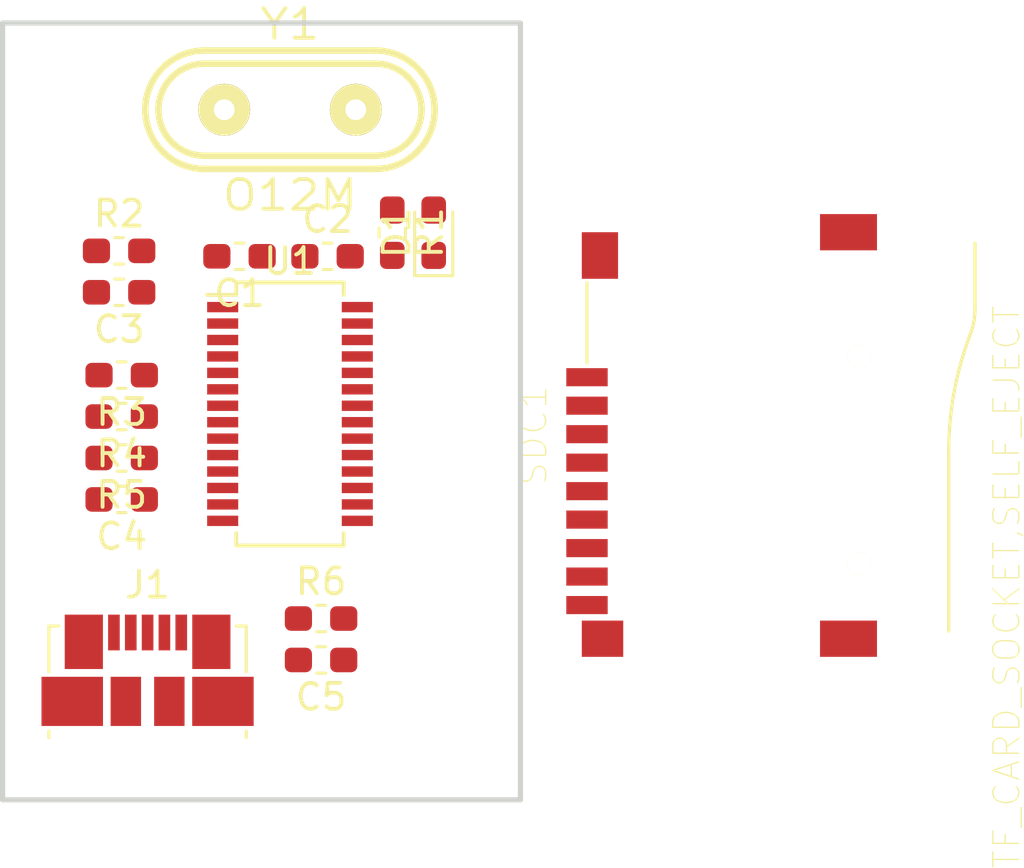
<source format=kicad_pcb>
(kicad_pcb (version 20171130) (host pcbnew 5.0.2-bee76a0~70~ubuntu18.04.1)

  (general
    (thickness 1.6)
    (drawings 4)
    (tracks 0)
    (zones 0)
    (modules 16)
    (nets 32)
  )

  (page A4)
  (layers
    (0 F.Cu signal)
    (31 B.Cu signal)
    (32 B.Adhes user)
    (33 F.Adhes user)
    (34 B.Paste user)
    (35 F.Paste user)
    (36 B.SilkS user)
    (37 F.SilkS user)
    (38 B.Mask user)
    (39 F.Mask user)
    (40 Dwgs.User user hide)
    (41 Cmts.User user)
    (42 Eco1.User user)
    (43 Eco2.User user)
    (44 Edge.Cuts user)
    (45 Margin user)
    (46 B.CrtYd user)
    (47 F.CrtYd user)
    (48 B.Fab user)
    (49 F.Fab user)
  )

  (setup
    (last_trace_width 0.25)
    (trace_clearance 0.2)
    (zone_clearance 0.508)
    (zone_45_only no)
    (trace_min 0.2)
    (segment_width 0.2)
    (edge_width 0.15)
    (via_size 0.8)
    (via_drill 0.4)
    (via_min_size 0.4)
    (via_min_drill 0.3)
    (uvia_size 0.3)
    (uvia_drill 0.1)
    (uvias_allowed no)
    (uvia_min_size 0.2)
    (uvia_min_drill 0.1)
    (pcb_text_width 0.3)
    (pcb_text_size 1.5 1.5)
    (mod_edge_width 0.15)
    (mod_text_size 1 1)
    (mod_text_width 0.15)
    (pad_size 1.05 0.95)
    (pad_drill 0)
    (pad_to_mask_clearance 0.051)
    (solder_mask_min_width 0.25)
    (aux_axis_origin 0 0)
    (visible_elements FFFFFF7F)
    (pcbplotparams
      (layerselection 0x010fc_ffffffff)
      (usegerberextensions false)
      (usegerberattributes false)
      (usegerberadvancedattributes false)
      (creategerberjobfile false)
      (excludeedgelayer true)
      (linewidth 0.100000)
      (plotframeref false)
      (viasonmask false)
      (mode 1)
      (useauxorigin false)
      (hpglpennumber 1)
      (hpglpenspeed 20)
      (hpglpendiameter 15.000000)
      (psnegative false)
      (psa4output false)
      (plotreference true)
      (plotvalue true)
      (plotinvisibletext false)
      (padsonsilk false)
      (subtractmaskfromsilk false)
      (outputformat 1)
      (mirror false)
      (drillshape 1)
      (scaleselection 1)
      (outputdirectory ""))
  )

  (net 0 "")
  (net 1 /X1)
  (net 2 /X2)
  (net 3 "Net-(RN1-Pad3)")
  (net 4 "Net-(RN1-Pad4)")
  (net 5 "Net-(SDC1-Pad3)")
  (net 6 /SD_VDD)
  (net 7 "Net-(SDC1-Pad5)")
  (net 8 "Net-(SDC1-Pad6)")
  (net 9 "Net-(RN1-Pad2)")
  (net 10 "Net-(RN1-Pad1)")
  (net 11 "Net-(SDC1-Pad9)")
  (net 12 GND)
  (net 13 +3V3)
  (net 14 "Net-(D1-Pad2)")
  (net 15 /ACTLED)
  (net 16 "Net-(J1-Pad3)")
  (net 17 /USB_DP)
  (net 18 /USB_DM)
  (net 19 "Net-(J1-Pad2)")
  (net 20 "Net-(R5-Pad1)")
  (net 21 "Net-(C5-Pad1)")
  (net 22 "Net-(C3-Pad1)")
  (net 23 "Net-(U1-Pad1)")
  (net 24 +5V)
  (net 25 "Net-(U1-Pad19)")
  (net 26 "Net-(U1-Pad20)")
  (net 27 "Net-(U1-Pad21)")
  (net 28 "Net-(U1-Pad23)")
  (net 29 "Net-(U1-Pad26)")
  (net 30 "Net-(U1-Pad27)")
  (net 31 "Net-(J1-Pad4)")

  (net_class Default "This is the default net class."
    (clearance 0.2)
    (trace_width 0.25)
    (via_dia 0.8)
    (via_drill 0.4)
    (uvia_dia 0.3)
    (uvia_drill 0.1)
    (add_net +3V3)
    (add_net +5V)
    (add_net /ACTLED)
    (add_net /SD_VDD)
    (add_net /USB_DM)
    (add_net /USB_DP)
    (add_net /X1)
    (add_net /X2)
    (add_net GND)
    (add_net "Net-(C3-Pad1)")
    (add_net "Net-(C5-Pad1)")
    (add_net "Net-(D1-Pad2)")
    (add_net "Net-(J1-Pad2)")
    (add_net "Net-(J1-Pad3)")
    (add_net "Net-(J1-Pad4)")
    (add_net "Net-(R5-Pad1)")
    (add_net "Net-(RN1-Pad1)")
    (add_net "Net-(RN1-Pad2)")
    (add_net "Net-(RN1-Pad3)")
    (add_net "Net-(RN1-Pad4)")
    (add_net "Net-(SDC1-Pad3)")
    (add_net "Net-(SDC1-Pad5)")
    (add_net "Net-(SDC1-Pad6)")
    (add_net "Net-(SDC1-Pad9)")
    (add_net "Net-(U1-Pad1)")
    (add_net "Net-(U1-Pad19)")
    (add_net "Net-(U1-Pad20)")
    (add_net "Net-(U1-Pad21)")
    (add_net "Net-(U1-Pad23)")
    (add_net "Net-(U1-Pad26)")
    (add_net "Net-(U1-Pad27)")
  )

  (module w_crystal:crystal_hc-49s (layer F.Cu) (tedit 0) (tstamp 5C293569)
    (at 41.1 23.35)
    (descr "Crystal, HC-49S")
    (tags QUARTZ)
    (path /5C175B5E)
    (autoplace_cost180 10)
    (fp_text reference Y1 (at 0 -3.302) (layer F.SilkS)
      (effects (font (size 1.143 1.27) (thickness 0.1524)))
    )
    (fp_text value O12M (at 0 3.302) (layer F.SilkS)
      (effects (font (size 1.143 1.27) (thickness 0.1524)))
    )
    (fp_arc (start 3.302 0) (end 3.302 -2.286) (angle 90) (layer F.SilkS) (width 0.254))
    (fp_line (start -3.302 1.778) (end 3.302 1.778) (layer F.SilkS) (width 0.254))
    (fp_line (start 3.302 -1.778) (end -3.302 -1.778) (layer F.SilkS) (width 0.254))
    (fp_arc (start 3.302 0) (end 5.08 0) (angle 90) (layer F.SilkS) (width 0.254))
    (fp_arc (start 3.302 0) (end 3.302 -1.778) (angle 90) (layer F.SilkS) (width 0.254))
    (fp_arc (start -3.302 0) (end -3.302 1.778) (angle 90) (layer F.SilkS) (width 0.254))
    (fp_arc (start -3.302 0) (end -5.08 0) (angle 90) (layer F.SilkS) (width 0.254))
    (fp_arc (start 3.302 0) (end 5.588 0) (angle 90) (layer F.SilkS) (width 0.254))
    (fp_line (start 3.302 2.286) (end -3.302 2.286) (layer F.SilkS) (width 0.254))
    (fp_line (start -3.302 -2.286) (end 3.302 -2.286) (layer F.SilkS) (width 0.254))
    (fp_arc (start -3.302 0) (end -3.302 2.286) (angle 90) (layer F.SilkS) (width 0.254))
    (fp_arc (start -3.302 0) (end -5.588 0) (angle 90) (layer F.SilkS) (width 0.254))
    (pad 1 thru_hole circle (at -2.54 0) (size 1.99898 1.99898) (drill 0.8001) (layers *.Cu *.Mask F.SilkS)
      (net 1 /X1))
    (pad 2 thru_hole circle (at 2.54 0) (size 1.99898 1.99898) (drill 0.8001) (layers *.Cu *.Mask F.SilkS)
      (net 2 /X2))
    (model ${HOME}/_workspace/kicad/kicad_library/smisioto-footprints/modules/packages3d/walter/crystal/crystal_hc-49s.wrl
      (at (xyz 0 0 0))
      (scale (xyz 1 1 1))
      (rotate (xyz 0 0 0))
    )
  )

  (module Capacitor_SMD:C_0603_1608Metric_Pad1.05x0.95mm_HandSolder (layer F.Cu) (tedit 5B301BBE) (tstamp 5C297F40)
    (at 42.55 29.010824)
    (descr "Capacitor SMD 0603 (1608 Metric), square (rectangular) end terminal, IPC_7351 nominal with elongated pad for handsoldering. (Body size source: http://www.tortai-tech.com/upload/download/2011102023233369053.pdf), generated with kicad-footprint-generator")
    (tags "capacitor handsolder")
    (path /5C1A47E9)
    (attr smd)
    (fp_text reference C2 (at 0 -1.43) (layer F.SilkS)
      (effects (font (size 1 1) (thickness 0.15)))
    )
    (fp_text value C221,0603 (at 0 1.43) (layer F.Fab)
      (effects (font (size 1 1) (thickness 0.15)))
    )
    (fp_line (start -0.8 0.4) (end -0.8 -0.4) (layer F.Fab) (width 0.1))
    (fp_line (start -0.8 -0.4) (end 0.8 -0.4) (layer F.Fab) (width 0.1))
    (fp_line (start 0.8 -0.4) (end 0.8 0.4) (layer F.Fab) (width 0.1))
    (fp_line (start 0.8 0.4) (end -0.8 0.4) (layer F.Fab) (width 0.1))
    (fp_line (start -0.171267 -0.51) (end 0.171267 -0.51) (layer F.SilkS) (width 0.12))
    (fp_line (start -0.171267 0.51) (end 0.171267 0.51) (layer F.SilkS) (width 0.12))
    (fp_line (start -1.65 0.73) (end -1.65 -0.73) (layer F.CrtYd) (width 0.05))
    (fp_line (start -1.65 -0.73) (end 1.65 -0.73) (layer F.CrtYd) (width 0.05))
    (fp_line (start 1.65 -0.73) (end 1.65 0.73) (layer F.CrtYd) (width 0.05))
    (fp_line (start 1.65 0.73) (end -1.65 0.73) (layer F.CrtYd) (width 0.05))
    (fp_text user %R (at 0 0) (layer F.Fab)
      (effects (font (size 0.4 0.4) (thickness 0.06)))
    )
    (pad 1 smd roundrect (at -0.875 0) (size 1.05 0.95) (layers F.Cu F.Paste F.Mask) (roundrect_rratio 0.25)
      (net 2 /X2))
    (pad 2 smd roundrect (at 0.875 0) (size 1.05 0.95) (layers F.Cu F.Paste F.Mask) (roundrect_rratio 0.25)
      (net 12 GND))
    (model ${KISYS3DMOD}/Capacitor_SMD.3dshapes/C_0603_1608Metric.wrl
      (at (xyz 0 0 0))
      (scale (xyz 1 1 1))
      (rotate (xyz 0 0 0))
    )
  )

  (module Capacitor_SMD:C_0603_1608Metric_Pad1.05x0.95mm_HandSolder (layer F.Cu) (tedit 5B301BBE) (tstamp 5C2936B0)
    (at 34.5 30.4 180)
    (descr "Capacitor SMD 0603 (1608 Metric), square (rectangular) end terminal, IPC_7351 nominal with elongated pad for handsoldering. (Body size source: http://www.tortai-tech.com/upload/download/2011102023233369053.pdf), generated with kicad-footprint-generator")
    (tags "capacitor handsolder")
    (path /5C17E70B)
    (attr smd)
    (fp_text reference C3 (at 0 -1.43 180) (layer F.SilkS)
      (effects (font (size 1 1) (thickness 0.15)))
    )
    (fp_text value C104,0603 (at 0 1.43 180) (layer F.Fab)
      (effects (font (size 1 1) (thickness 0.15)))
    )
    (fp_text user %R (at 0 0 180) (layer F.Fab)
      (effects (font (size 0.4 0.4) (thickness 0.06)))
    )
    (fp_line (start 1.65 0.73) (end -1.65 0.73) (layer F.CrtYd) (width 0.05))
    (fp_line (start 1.65 -0.73) (end 1.65 0.73) (layer F.CrtYd) (width 0.05))
    (fp_line (start -1.65 -0.73) (end 1.65 -0.73) (layer F.CrtYd) (width 0.05))
    (fp_line (start -1.65 0.73) (end -1.65 -0.73) (layer F.CrtYd) (width 0.05))
    (fp_line (start -0.171267 0.51) (end 0.171267 0.51) (layer F.SilkS) (width 0.12))
    (fp_line (start -0.171267 -0.51) (end 0.171267 -0.51) (layer F.SilkS) (width 0.12))
    (fp_line (start 0.8 0.4) (end -0.8 0.4) (layer F.Fab) (width 0.1))
    (fp_line (start 0.8 -0.4) (end 0.8 0.4) (layer F.Fab) (width 0.1))
    (fp_line (start -0.8 -0.4) (end 0.8 -0.4) (layer F.Fab) (width 0.1))
    (fp_line (start -0.8 0.4) (end -0.8 -0.4) (layer F.Fab) (width 0.1))
    (pad 2 smd roundrect (at 0.875 0 180) (size 1.05 0.95) (layers F.Cu F.Paste F.Mask) (roundrect_rratio 0.25)
      (net 12 GND))
    (pad 1 smd roundrect (at -0.875 0 180) (size 1.05 0.95) (layers F.Cu F.Paste F.Mask) (roundrect_rratio 0.25)
      (net 22 "Net-(C3-Pad1)"))
    (model ${KISYS3DMOD}/Capacitor_SMD.3dshapes/C_0603_1608Metric.wrl
      (at (xyz 0 0 0))
      (scale (xyz 1 1 1))
      (rotate (xyz 0 0 0))
    )
  )

  (module Capacitor_SMD:C_0603_1608Metric_Pad1.05x0.95mm_HandSolder (layer F.Cu) (tedit 5B301BBE) (tstamp 5C29369F)
    (at 34.6 38.4 180)
    (descr "Capacitor SMD 0603 (1608 Metric), square (rectangular) end terminal, IPC_7351 nominal with elongated pad for handsoldering. (Body size source: http://www.tortai-tech.com/upload/download/2011102023233369053.pdf), generated with kicad-footprint-generator")
    (tags "capacitor handsolder")
    (path /5C177C3B)
    (attr smd)
    (fp_text reference C4 (at 0 -1.43 180) (layer F.SilkS)
      (effects (font (size 1 1) (thickness 0.15)))
    )
    (fp_text value C104,0603 (at 0 1.43 180) (layer F.Fab)
      (effects (font (size 1 1) (thickness 0.15)))
    )
    (fp_line (start -0.8 0.4) (end -0.8 -0.4) (layer F.Fab) (width 0.1))
    (fp_line (start -0.8 -0.4) (end 0.8 -0.4) (layer F.Fab) (width 0.1))
    (fp_line (start 0.8 -0.4) (end 0.8 0.4) (layer F.Fab) (width 0.1))
    (fp_line (start 0.8 0.4) (end -0.8 0.4) (layer F.Fab) (width 0.1))
    (fp_line (start -0.171267 -0.51) (end 0.171267 -0.51) (layer F.SilkS) (width 0.12))
    (fp_line (start -0.171267 0.51) (end 0.171267 0.51) (layer F.SilkS) (width 0.12))
    (fp_line (start -1.65 0.73) (end -1.65 -0.73) (layer F.CrtYd) (width 0.05))
    (fp_line (start -1.65 -0.73) (end 1.65 -0.73) (layer F.CrtYd) (width 0.05))
    (fp_line (start 1.65 -0.73) (end 1.65 0.73) (layer F.CrtYd) (width 0.05))
    (fp_line (start 1.65 0.73) (end -1.65 0.73) (layer F.CrtYd) (width 0.05))
    (fp_text user %R (at 0 0 180) (layer F.Fab)
      (effects (font (size 0.4 0.4) (thickness 0.06)))
    )
    (pad 1 smd roundrect (at -0.875 0 180) (size 1.05 0.95) (layers F.Cu F.Paste F.Mask) (roundrect_rratio 0.25)
      (net 24 +5V))
    (pad 2 smd roundrect (at 0.875 0 180) (size 1.05 0.95) (layers F.Cu F.Paste F.Mask) (roundrect_rratio 0.25)
      (net 12 GND))
    (model ${KISYS3DMOD}/Capacitor_SMD.3dshapes/C_0603_1608Metric.wrl
      (at (xyz 0 0 0))
      (scale (xyz 1 1 1))
      (rotate (xyz 0 0 0))
    )
  )

  (module Capacitor_SMD:C_0603_1608Metric_Pad1.05x0.95mm_HandSolder (layer F.Cu) (tedit 5B301BBE) (tstamp 5C29368E)
    (at 42.3 44.6 180)
    (descr "Capacitor SMD 0603 (1608 Metric), square (rectangular) end terminal, IPC_7351 nominal with elongated pad for handsoldering. (Body size source: http://www.tortai-tech.com/upload/download/2011102023233369053.pdf), generated with kicad-footprint-generator")
    (tags "capacitor handsolder")
    (path /5C17BD6C)
    (attr smd)
    (fp_text reference C5 (at 0 -1.43 180) (layer F.SilkS)
      (effects (font (size 1 1) (thickness 0.15)))
    )
    (fp_text value C104,0603 (at 0 1.43 180) (layer F.Fab)
      (effects (font (size 1 1) (thickness 0.15)))
    )
    (fp_text user %R (at 0 0 180) (layer F.Fab)
      (effects (font (size 0.4 0.4) (thickness 0.06)))
    )
    (fp_line (start 1.65 0.73) (end -1.65 0.73) (layer F.CrtYd) (width 0.05))
    (fp_line (start 1.65 -0.73) (end 1.65 0.73) (layer F.CrtYd) (width 0.05))
    (fp_line (start -1.65 -0.73) (end 1.65 -0.73) (layer F.CrtYd) (width 0.05))
    (fp_line (start -1.65 0.73) (end -1.65 -0.73) (layer F.CrtYd) (width 0.05))
    (fp_line (start -0.171267 0.51) (end 0.171267 0.51) (layer F.SilkS) (width 0.12))
    (fp_line (start -0.171267 -0.51) (end 0.171267 -0.51) (layer F.SilkS) (width 0.12))
    (fp_line (start 0.8 0.4) (end -0.8 0.4) (layer F.Fab) (width 0.1))
    (fp_line (start 0.8 -0.4) (end 0.8 0.4) (layer F.Fab) (width 0.1))
    (fp_line (start -0.8 -0.4) (end 0.8 -0.4) (layer F.Fab) (width 0.1))
    (fp_line (start -0.8 0.4) (end -0.8 -0.4) (layer F.Fab) (width 0.1))
    (pad 2 smd roundrect (at 0.875 0 180) (size 1.05 0.95) (layers F.Cu F.Paste F.Mask) (roundrect_rratio 0.25)
      (net 12 GND))
    (pad 1 smd roundrect (at -0.875 0 180) (size 1.05 0.95) (layers F.Cu F.Paste F.Mask) (roundrect_rratio 0.25)
      (net 21 "Net-(C5-Pad1)"))
    (model ${KISYS3DMOD}/Capacitor_SMD.3dshapes/C_0603_1608Metric.wrl
      (at (xyz 0 0 0))
      (scale (xyz 1 1 1))
      (rotate (xyz 0 0 0))
    )
  )

  (module Capacitor_SMD:C_0603_1608Metric_Pad1.05x0.95mm_HandSolder (layer F.Cu) (tedit 5B301BBE) (tstamp 5C297E6E)
    (at 39.15 29.010824 180)
    (descr "Capacitor SMD 0603 (1608 Metric), square (rectangular) end terminal, IPC_7351 nominal with elongated pad for handsoldering. (Body size source: http://www.tortai-tech.com/upload/download/2011102023233369053.pdf), generated with kicad-footprint-generator")
    (tags "capacitor handsolder")
    (path /5C1A478C)
    (attr smd)
    (fp_text reference C1 (at 0 -1.43 180) (layer F.SilkS)
      (effects (font (size 1 1) (thickness 0.15)))
    )
    (fp_text value C221,0603 (at 0 1.43 180) (layer F.Fab)
      (effects (font (size 1 1) (thickness 0.15)))
    )
    (fp_line (start -0.8 0.4) (end -0.8 -0.4) (layer F.Fab) (width 0.1))
    (fp_line (start -0.8 -0.4) (end 0.8 -0.4) (layer F.Fab) (width 0.1))
    (fp_line (start 0.8 -0.4) (end 0.8 0.4) (layer F.Fab) (width 0.1))
    (fp_line (start 0.8 0.4) (end -0.8 0.4) (layer F.Fab) (width 0.1))
    (fp_line (start -0.171267 -0.51) (end 0.171267 -0.51) (layer F.SilkS) (width 0.12))
    (fp_line (start -0.171267 0.51) (end 0.171267 0.51) (layer F.SilkS) (width 0.12))
    (fp_line (start -1.65 0.73) (end -1.65 -0.73) (layer F.CrtYd) (width 0.05))
    (fp_line (start -1.65 -0.73) (end 1.65 -0.73) (layer F.CrtYd) (width 0.05))
    (fp_line (start 1.65 -0.73) (end 1.65 0.73) (layer F.CrtYd) (width 0.05))
    (fp_line (start 1.65 0.73) (end -1.65 0.73) (layer F.CrtYd) (width 0.05))
    (fp_text user %R (at 0 0 180) (layer F.Fab)
      (effects (font (size 0.4 0.4) (thickness 0.06)))
    )
    (pad 1 smd roundrect (at -0.875 0 180) (size 1.05 0.95) (layers F.Cu F.Paste F.Mask) (roundrect_rratio 0.25)
      (net 1 /X1))
    (pad 2 smd roundrect (at 0.875 0 180) (size 1.05 0.95) (layers F.Cu F.Paste F.Mask) (roundrect_rratio 0.25)
      (net 12 GND))
    (model ${KISYS3DMOD}/Capacitor_SMD.3dshapes/C_0603_1608Metric.wrl
      (at (xyz 0 0 0))
      (scale (xyz 1 1 1))
      (rotate (xyz 0 0 0))
    )
  )

  (module Connector_USB:USB_Micro-B_Molex_47346-0001 (layer F.Cu) (tedit 5A1DC0BD) (tstamp 5C297469)
    (at 35.6 45)
    (descr "Micro USB B receptable with flange, bottom-mount, SMD, right-angle (http://www.molex.com/pdm_docs/sd/473460001_sd.pdf)")
    (tags "Micro B USB SMD")
    (path /5C17609C)
    (attr smd)
    (fp_text reference J1 (at 0 -3.3 180) (layer F.SilkS)
      (effects (font (size 1 1) (thickness 0.15)))
    )
    (fp_text value USB_B_Micro (at 0 4.6 180) (layer F.Fab)
      (effects (font (size 1 1) (thickness 0.15)))
    )
    (fp_text user "PCB Edge" (at 0 2.67 180) (layer Dwgs.User)
      (effects (font (size 0.4 0.4) (thickness 0.04)))
    )
    (fp_text user %R (at 0 1.2) (layer F.Fab)
      (effects (font (size 1 1) (thickness 0.15)))
    )
    (fp_line (start 3.81 -1.71) (end 3.43 -1.71) (layer F.SilkS) (width 0.12))
    (fp_line (start 4.6 3.9) (end -4.6 3.9) (layer F.CrtYd) (width 0.05))
    (fp_line (start 4.6 -2.7) (end 4.6 3.9) (layer F.CrtYd) (width 0.05))
    (fp_line (start -4.6 -2.7) (end 4.6 -2.7) (layer F.CrtYd) (width 0.05))
    (fp_line (start -4.6 3.9) (end -4.6 -2.7) (layer F.CrtYd) (width 0.05))
    (fp_line (start 3.75 3.35) (end -3.75 3.35) (layer F.Fab) (width 0.1))
    (fp_line (start 3.75 -1.65) (end 3.75 3.35) (layer F.Fab) (width 0.1))
    (fp_line (start -3.75 -1.65) (end 3.75 -1.65) (layer F.Fab) (width 0.1))
    (fp_line (start -3.75 3.35) (end -3.75 -1.65) (layer F.Fab) (width 0.1))
    (fp_line (start 3.81 2.34) (end 3.81 2.6) (layer F.SilkS) (width 0.12))
    (fp_line (start 3.81 -1.71) (end 3.81 0.06) (layer F.SilkS) (width 0.12))
    (fp_line (start -3.81 -1.71) (end -3.43 -1.71) (layer F.SilkS) (width 0.12))
    (fp_line (start -3.81 0.06) (end -3.81 -1.71) (layer F.SilkS) (width 0.12))
    (fp_line (start -3.81 2.6) (end -3.81 2.34) (layer F.SilkS) (width 0.12))
    (fp_line (start -3.25 2.65) (end 3.25 2.65) (layer F.Fab) (width 0.1))
    (pad 1 smd rect (at -1.3 -1.46) (size 0.45 1.38) (layers F.Cu F.Paste F.Mask)
      (net 24 +5V))
    (pad 2 smd rect (at -0.65 -1.46) (size 0.45 1.38) (layers F.Cu F.Paste F.Mask)
      (net 19 "Net-(J1-Pad2)"))
    (pad 3 smd rect (at 0 -1.46) (size 0.45 1.38) (layers F.Cu F.Paste F.Mask)
      (net 16 "Net-(J1-Pad3)"))
    (pad 4 smd rect (at 0.65 -1.46) (size 0.45 1.38) (layers F.Cu F.Paste F.Mask)
      (net 31 "Net-(J1-Pad4)"))
    (pad 5 smd rect (at 1.3 -1.46) (size 0.45 1.38) (layers F.Cu F.Paste F.Mask)
      (net 12 GND))
    (pad 6 smd rect (at -2.4625 -1.1) (size 1.475 2.1) (layers F.Cu F.Paste F.Mask)
      (net 12 GND))
    (pad 6 smd rect (at 2.4625 -1.1) (size 1.475 2.1) (layers F.Cu F.Paste F.Mask)
      (net 12 GND))
    (pad 6 smd rect (at -2.91 1.2) (size 2.375 1.9) (layers F.Cu F.Paste F.Mask)
      (net 12 GND))
    (pad 6 smd rect (at 2.91 1.2) (size 2.375 1.9) (layers F.Cu F.Paste F.Mask)
      (net 12 GND))
    (pad 6 smd rect (at -0.84 1.2) (size 1.175 1.9) (layers F.Cu F.Paste F.Mask)
      (net 12 GND))
    (pad 6 smd rect (at 0.84 1.2) (size 1.175 1.9) (layers F.Cu F.Paste F.Mask)
      (net 12 GND))
    (model ${KISYS3DMOD}/Connector_USB.3dshapes/USB_Micro-B_Molex_47346-0001.wrl
      (at (xyz 0 0 0))
      (scale (xyz 1 1 1))
      (rotate (xyz 0 0 0))
    )
  )

  (module LED_SMD:LED_0603_1608Metric_Pad1.05x0.95mm_HandSolder (layer F.Cu) (tedit 5B4B45C9) (tstamp 5C29364C)
    (at 46.65 28.1 90)
    (descr "LED SMD 0603 (1608 Metric), square (rectangular) end terminal, IPC_7351 nominal, (Body size source: http://www.tortai-tech.com/upload/download/2011102023233369053.pdf), generated with kicad-footprint-generator")
    (tags "LED handsolder")
    (path /5C18797F)
    (attr smd)
    (fp_text reference D1 (at 0 -1.43 90) (layer F.SilkS)
      (effects (font (size 1 1) (thickness 0.15)))
    )
    (fp_text value LED_GREEN,0603 (at 0 1.43 90) (layer F.Fab)
      (effects (font (size 1 1) (thickness 0.15)))
    )
    (fp_line (start 0.8 -0.4) (end -0.5 -0.4) (layer F.Fab) (width 0.1))
    (fp_line (start -0.5 -0.4) (end -0.8 -0.1) (layer F.Fab) (width 0.1))
    (fp_line (start -0.8 -0.1) (end -0.8 0.4) (layer F.Fab) (width 0.1))
    (fp_line (start -0.8 0.4) (end 0.8 0.4) (layer F.Fab) (width 0.1))
    (fp_line (start 0.8 0.4) (end 0.8 -0.4) (layer F.Fab) (width 0.1))
    (fp_line (start 0.8 -0.735) (end -1.66 -0.735) (layer F.SilkS) (width 0.12))
    (fp_line (start -1.66 -0.735) (end -1.66 0.735) (layer F.SilkS) (width 0.12))
    (fp_line (start -1.66 0.735) (end 0.8 0.735) (layer F.SilkS) (width 0.12))
    (fp_line (start -1.65 0.73) (end -1.65 -0.73) (layer F.CrtYd) (width 0.05))
    (fp_line (start -1.65 -0.73) (end 1.65 -0.73) (layer F.CrtYd) (width 0.05))
    (fp_line (start 1.65 -0.73) (end 1.65 0.73) (layer F.CrtYd) (width 0.05))
    (fp_line (start 1.65 0.73) (end -1.65 0.73) (layer F.CrtYd) (width 0.05))
    (fp_text user %R (at 0 0 90) (layer F.Fab)
      (effects (font (size 0.4 0.4) (thickness 0.06)))
    )
    (pad 1 smd roundrect (at -0.875 0 90) (size 1.05 0.95) (layers F.Cu F.Paste F.Mask) (roundrect_rratio 0.25)
      (net 12 GND))
    (pad 2 smd roundrect (at 0.875 0 90) (size 1.05 0.95) (layers F.Cu F.Paste F.Mask) (roundrect_rratio 0.25)
      (net 14 "Net-(D1-Pad2)"))
    (model ${KISYS3DMOD}/LED_SMD.3dshapes/LED_0603_1608Metric.wrl
      (at (xyz 0 0 0))
      (scale (xyz 1 1 1))
      (rotate (xyz 0 0 0))
    )
  )

  (module Package_SO:SSOP-28_3.9x9.9mm_P0.635mm (layer F.Cu) (tedit 5A02F25C) (tstamp 5C293639)
    (at 41.1 35.1)
    (descr "SSOP28: plastic shrink small outline package; 28 leads; body width 3.9 mm; lead pitch 0.635; (see http://cds.linear.com/docs/en/datasheet/38901fb.pdf)")
    (tags "SSOP 0.635")
    (path /5C175931)
    (attr smd)
    (fp_text reference U1 (at 0 -5.9) (layer F.SilkS)
      (effects (font (size 1 1) (thickness 0.15)))
    )
    (fp_text value GL827L (at -0.1 6.2) (layer F.Fab)
      (effects (font (size 1 1) (thickness 0.15)))
    )
    (fp_line (start -0.95 -4.95) (end 1.95 -4.95) (layer F.Fab) (width 0.15))
    (fp_line (start 1.95 -4.95) (end 1.95 4.95) (layer F.Fab) (width 0.15))
    (fp_line (start 1.95 4.95) (end -1.95 4.95) (layer F.Fab) (width 0.15))
    (fp_line (start -1.95 4.95) (end -1.95 -4) (layer F.Fab) (width 0.15))
    (fp_line (start -1.95 -4) (end -0.95 -4.95) (layer F.Fab) (width 0.15))
    (fp_line (start -3.45 -5.2) (end -3.45 5.2) (layer F.CrtYd) (width 0.05))
    (fp_line (start 3.45 -5.2) (end 3.45 5.2) (layer F.CrtYd) (width 0.05))
    (fp_line (start -3.45 -5.2) (end 3.45 -5.2) (layer F.CrtYd) (width 0.05))
    (fp_line (start -3.45 5.2) (end 3.45 5.2) (layer F.CrtYd) (width 0.05))
    (fp_line (start -2.075 -5.08) (end -2.075 -4.6) (layer F.SilkS) (width 0.15))
    (fp_line (start 2.075 -5.08) (end 2.075 -4.6) (layer F.SilkS) (width 0.15))
    (fp_line (start 2.075 5.08) (end 2.075 4.6) (layer F.SilkS) (width 0.15))
    (fp_line (start -2.075 5.08) (end -2.075 4.6) (layer F.SilkS) (width 0.15))
    (fp_line (start -2.075 -5.08) (end 2.075 -5.08) (layer F.SilkS) (width 0.15))
    (fp_line (start -2.075 5.08) (end 2.075 5.08) (layer F.SilkS) (width 0.15))
    (fp_line (start -2.075 -4.6) (end -3.2 -4.6) (layer F.SilkS) (width 0.15))
    (fp_text user %R (at 0 0) (layer F.Fab)
      (effects (font (size 0.8 0.8) (thickness 0.15)))
    )
    (pad 1 smd rect (at -2.6 -4.1275) (size 1.2 0.4) (layers F.Cu F.Paste F.Mask)
      (net 23 "Net-(U1-Pad1)"))
    (pad 2 smd rect (at -2.6 -3.4925) (size 1.2 0.4) (layers F.Cu F.Paste F.Mask)
      (net 6 /SD_VDD))
    (pad 3 smd rect (at -2.6 -2.8575) (size 1.2 0.4) (layers F.Cu F.Paste F.Mask)
      (net 13 +3V3))
    (pad 4 smd rect (at -2.6 -2.2225) (size 1.2 0.4) (layers F.Cu F.Paste F.Mask)
      (net 1 /X1))
    (pad 5 smd rect (at -2.6 -1.5875) (size 1.2 0.4) (layers F.Cu F.Paste F.Mask)
      (net 2 /X2))
    (pad 6 smd rect (at -2.6 -0.9525) (size 1.2 0.4) (layers F.Cu F.Paste F.Mask)
      (net 12 GND))
    (pad 7 smd rect (at -2.6 -0.3175) (size 1.2 0.4) (layers F.Cu F.Paste F.Mask)
      (net 22 "Net-(C3-Pad1)"))
    (pad 8 smd rect (at -2.6 0.3175) (size 1.2 0.4) (layers F.Cu F.Paste F.Mask)
      (net 17 /USB_DP))
    (pad 9 smd rect (at -2.6 0.9525) (size 1.2 0.4) (layers F.Cu F.Paste F.Mask)
      (net 18 /USB_DM))
    (pad 10 smd rect (at -2.6 1.5875) (size 1.2 0.4) (layers F.Cu F.Paste F.Mask)
      (net 20 "Net-(R5-Pad1)"))
    (pad 11 smd rect (at -2.6 2.2225) (size 1.2 0.4) (layers F.Cu F.Paste F.Mask)
      (net 13 +3V3))
    (pad 12 smd rect (at -2.6 2.8575) (size 1.2 0.4) (layers F.Cu F.Paste F.Mask)
      (net 24 +5V))
    (pad 13 smd rect (at -2.6 3.4925) (size 1.2 0.4) (layers F.Cu F.Paste F.Mask)
      (net 21 "Net-(C5-Pad1)"))
    (pad 14 smd rect (at -2.6 4.1275) (size 1.2 0.4) (layers F.Cu F.Paste F.Mask)
      (net 12 GND))
    (pad 15 smd rect (at 2.6 4.1275) (size 1.2 0.4) (layers F.Cu F.Paste F.Mask)
      (net 11 "Net-(SDC1-Pad9)"))
    (pad 16 smd rect (at 2.6 3.4925) (size 1.2 0.4) (layers F.Cu F.Paste F.Mask)
      (net 10 "Net-(RN1-Pad1)"))
    (pad 17 smd rect (at 2.6 2.8575) (size 1.2 0.4) (layers F.Cu F.Paste F.Mask)
      (net 9 "Net-(RN1-Pad2)"))
    (pad 18 smd rect (at 2.6 2.2225) (size 1.2 0.4) (layers F.Cu F.Paste F.Mask)
      (net 7 "Net-(SDC1-Pad5)"))
    (pad 19 smd rect (at 2.6 1.5875) (size 1.2 0.4) (layers F.Cu F.Paste F.Mask)
      (net 25 "Net-(U1-Pad19)"))
    (pad 20 smd rect (at 2.6 0.9525) (size 1.2 0.4) (layers F.Cu F.Paste F.Mask)
      (net 26 "Net-(U1-Pad20)"))
    (pad 21 smd rect (at 2.6 0.3175) (size 1.2 0.4) (layers F.Cu F.Paste F.Mask)
      (net 27 "Net-(U1-Pad21)"))
    (pad 22 smd rect (at 2.6 -0.3175) (size 1.2 0.4) (layers F.Cu F.Paste F.Mask)
      (net 5 "Net-(SDC1-Pad3)"))
    (pad 23 smd rect (at 2.6 -0.9525) (size 1.2 0.4) (layers F.Cu F.Paste F.Mask)
      (net 28 "Net-(U1-Pad23)"))
    (pad 24 smd rect (at 2.6 -1.5875) (size 1.2 0.4) (layers F.Cu F.Paste F.Mask)
      (net 4 "Net-(RN1-Pad4)"))
    (pad 25 smd rect (at 2.6 -2.2225) (size 1.2 0.4) (layers F.Cu F.Paste F.Mask)
      (net 3 "Net-(RN1-Pad3)"))
    (pad 26 smd rect (at 2.6 -2.8575) (size 1.2 0.4) (layers F.Cu F.Paste F.Mask)
      (net 29 "Net-(U1-Pad26)"))
    (pad 27 smd rect (at 2.6 -3.4925) (size 1.2 0.4) (layers F.Cu F.Paste F.Mask)
      (net 30 "Net-(U1-Pad27)"))
    (pad 28 smd rect (at 2.6 -4.1275) (size 1.2 0.4) (layers F.Cu F.Paste F.Mask)
      (net 15 /ACTLED))
    (model ${KISYS3DMOD}/Package_SO.3dshapes/SSOP-28_3.9x9.9mm_P0.635mm.wrl
      (at (xyz 0 0 0))
      (scale (xyz 1 1 1))
      (rotate (xyz 0 0 0))
    )
  )

  (module Resistor_SMD:R_0603_1608Metric_Pad1.05x0.95mm_HandSolder (layer F.Cu) (tedit 5B301BBD) (tstamp 5C293608)
    (at 34.5 28.8)
    (descr "Resistor SMD 0603 (1608 Metric), square (rectangular) end terminal, IPC_7351 nominal with elongated pad for handsoldering. (Body size source: http://www.tortai-tech.com/upload/download/2011102023233369053.pdf), generated with kicad-footprint-generator")
    (tags "resistor handsolder")
    (path /5C17E953)
    (attr smd)
    (fp_text reference R2 (at 0 -1.43) (layer F.SilkS)
      (effects (font (size 1 1) (thickness 0.15)))
    )
    (fp_text value R103,0603 (at 0 1.43) (layer F.Fab)
      (effects (font (size 1 1) (thickness 0.15)))
    )
    (fp_text user %R (at 0 0) (layer F.Fab)
      (effects (font (size 0.4 0.4) (thickness 0.06)))
    )
    (fp_line (start 1.65 0.73) (end -1.65 0.73) (layer F.CrtYd) (width 0.05))
    (fp_line (start 1.65 -0.73) (end 1.65 0.73) (layer F.CrtYd) (width 0.05))
    (fp_line (start -1.65 -0.73) (end 1.65 -0.73) (layer F.CrtYd) (width 0.05))
    (fp_line (start -1.65 0.73) (end -1.65 -0.73) (layer F.CrtYd) (width 0.05))
    (fp_line (start -0.171267 0.51) (end 0.171267 0.51) (layer F.SilkS) (width 0.12))
    (fp_line (start -0.171267 -0.51) (end 0.171267 -0.51) (layer F.SilkS) (width 0.12))
    (fp_line (start 0.8 0.4) (end -0.8 0.4) (layer F.Fab) (width 0.1))
    (fp_line (start 0.8 -0.4) (end 0.8 0.4) (layer F.Fab) (width 0.1))
    (fp_line (start -0.8 -0.4) (end 0.8 -0.4) (layer F.Fab) (width 0.1))
    (fp_line (start -0.8 0.4) (end -0.8 -0.4) (layer F.Fab) (width 0.1))
    (pad 2 smd roundrect (at 0.875 0) (size 1.05 0.95) (layers F.Cu F.Paste F.Mask) (roundrect_rratio 0.25)
      (net 22 "Net-(C3-Pad1)"))
    (pad 1 smd roundrect (at -0.875 0) (size 1.05 0.95) (layers F.Cu F.Paste F.Mask) (roundrect_rratio 0.25)
      (net 13 +3V3))
    (model ${KISYS3DMOD}/Resistor_SMD.3dshapes/R_0603_1608Metric.wrl
      (at (xyz 0 0 0))
      (scale (xyz 1 1 1))
      (rotate (xyz 0 0 0))
    )
  )

  (module Resistor_SMD:R_0603_1608Metric_Pad1.05x0.95mm_HandSolder (layer F.Cu) (tedit 5B301BBD) (tstamp 5C2935F7)
    (at 42.3 43)
    (descr "Resistor SMD 0603 (1608 Metric), square (rectangular) end terminal, IPC_7351 nominal with elongated pad for handsoldering. (Body size source: http://www.tortai-tech.com/upload/download/2011102023233369053.pdf), generated with kicad-footprint-generator")
    (tags "resistor handsolder")
    (path /5C17BCB1)
    (attr smd)
    (fp_text reference R6 (at 0 -1.43) (layer F.SilkS)
      (effects (font (size 1 1) (thickness 0.15)))
    )
    (fp_text value R103,0603 (at 0 1.43) (layer F.Fab)
      (effects (font (size 1 1) (thickness 0.15)))
    )
    (fp_line (start -0.8 0.4) (end -0.8 -0.4) (layer F.Fab) (width 0.1))
    (fp_line (start -0.8 -0.4) (end 0.8 -0.4) (layer F.Fab) (width 0.1))
    (fp_line (start 0.8 -0.4) (end 0.8 0.4) (layer F.Fab) (width 0.1))
    (fp_line (start 0.8 0.4) (end -0.8 0.4) (layer F.Fab) (width 0.1))
    (fp_line (start -0.171267 -0.51) (end 0.171267 -0.51) (layer F.SilkS) (width 0.12))
    (fp_line (start -0.171267 0.51) (end 0.171267 0.51) (layer F.SilkS) (width 0.12))
    (fp_line (start -1.65 0.73) (end -1.65 -0.73) (layer F.CrtYd) (width 0.05))
    (fp_line (start -1.65 -0.73) (end 1.65 -0.73) (layer F.CrtYd) (width 0.05))
    (fp_line (start 1.65 -0.73) (end 1.65 0.73) (layer F.CrtYd) (width 0.05))
    (fp_line (start 1.65 0.73) (end -1.65 0.73) (layer F.CrtYd) (width 0.05))
    (fp_text user %R (at 0 0) (layer F.Fab)
      (effects (font (size 0.4 0.4) (thickness 0.06)))
    )
    (pad 1 smd roundrect (at -0.875 0) (size 1.05 0.95) (layers F.Cu F.Paste F.Mask) (roundrect_rratio 0.25)
      (net 13 +3V3))
    (pad 2 smd roundrect (at 0.875 0) (size 1.05 0.95) (layers F.Cu F.Paste F.Mask) (roundrect_rratio 0.25)
      (net 21 "Net-(C5-Pad1)"))
    (model ${KISYS3DMOD}/Resistor_SMD.3dshapes/R_0603_1608Metric.wrl
      (at (xyz 0 0 0))
      (scale (xyz 1 1 1))
      (rotate (xyz 0 0 0))
    )
  )

  (module Resistor_SMD:R_0603_1608Metric_Pad1.05x0.95mm_HandSolder (layer F.Cu) (tedit 5B301BBD) (tstamp 5C2935E6)
    (at 34.6 36.8 180)
    (descr "Resistor SMD 0603 (1608 Metric), square (rectangular) end terminal, IPC_7351 nominal with elongated pad for handsoldering. (Body size source: http://www.tortai-tech.com/upload/download/2011102023233369053.pdf), generated with kicad-footprint-generator")
    (tags "resistor handsolder")
    (path /5C179542)
    (attr smd)
    (fp_text reference R5 (at 0 -1.43 180) (layer F.SilkS)
      (effects (font (size 1 1) (thickness 0.15)))
    )
    (fp_text value R102,0603 (at 0 1.43 180) (layer F.Fab)
      (effects (font (size 1 1) (thickness 0.15)))
    )
    (fp_text user %R (at 0 0 180) (layer F.Fab)
      (effects (font (size 0.4 0.4) (thickness 0.06)))
    )
    (fp_line (start 1.65 0.73) (end -1.65 0.73) (layer F.CrtYd) (width 0.05))
    (fp_line (start 1.65 -0.73) (end 1.65 0.73) (layer F.CrtYd) (width 0.05))
    (fp_line (start -1.65 -0.73) (end 1.65 -0.73) (layer F.CrtYd) (width 0.05))
    (fp_line (start -1.65 0.73) (end -1.65 -0.73) (layer F.CrtYd) (width 0.05))
    (fp_line (start -0.171267 0.51) (end 0.171267 0.51) (layer F.SilkS) (width 0.12))
    (fp_line (start -0.171267 -0.51) (end 0.171267 -0.51) (layer F.SilkS) (width 0.12))
    (fp_line (start 0.8 0.4) (end -0.8 0.4) (layer F.Fab) (width 0.1))
    (fp_line (start 0.8 -0.4) (end 0.8 0.4) (layer F.Fab) (width 0.1))
    (fp_line (start -0.8 -0.4) (end 0.8 -0.4) (layer F.Fab) (width 0.1))
    (fp_line (start -0.8 0.4) (end -0.8 -0.4) (layer F.Fab) (width 0.1))
    (pad 2 smd roundrect (at 0.875 0 180) (size 1.05 0.95) (layers F.Cu F.Paste F.Mask) (roundrect_rratio 0.25)
      (net 12 GND))
    (pad 1 smd roundrect (at -0.875 0 180) (size 1.05 0.95) (layers F.Cu F.Paste F.Mask) (roundrect_rratio 0.25)
      (net 20 "Net-(R5-Pad1)"))
    (model ${KISYS3DMOD}/Resistor_SMD.3dshapes/R_0603_1608Metric.wrl
      (at (xyz 0 0 0))
      (scale (xyz 1 1 1))
      (rotate (xyz 0 0 0))
    )
  )

  (module Resistor_SMD:R_0603_1608Metric_Pad1.05x0.95mm_HandSolder (layer F.Cu) (tedit 5B301BBD) (tstamp 5C2935D5)
    (at 34.6 35.2 180)
    (descr "Resistor SMD 0603 (1608 Metric), square (rectangular) end terminal, IPC_7351 nominal with elongated pad for handsoldering. (Body size source: http://www.tortai-tech.com/upload/download/2011102023233369053.pdf), generated with kicad-footprint-generator")
    (tags "resistor handsolder")
    (path /5C176D4D)
    (attr smd)
    (fp_text reference R4 (at 0 -1.43 180) (layer F.SilkS)
      (effects (font (size 1 1) (thickness 0.15)))
    )
    (fp_text value R220,0603 (at 0 1.43 180) (layer F.Fab)
      (effects (font (size 1 1) (thickness 0.15)))
    )
    (fp_line (start -0.8 0.4) (end -0.8 -0.4) (layer F.Fab) (width 0.1))
    (fp_line (start -0.8 -0.4) (end 0.8 -0.4) (layer F.Fab) (width 0.1))
    (fp_line (start 0.8 -0.4) (end 0.8 0.4) (layer F.Fab) (width 0.1))
    (fp_line (start 0.8 0.4) (end -0.8 0.4) (layer F.Fab) (width 0.1))
    (fp_line (start -0.171267 -0.51) (end 0.171267 -0.51) (layer F.SilkS) (width 0.12))
    (fp_line (start -0.171267 0.51) (end 0.171267 0.51) (layer F.SilkS) (width 0.12))
    (fp_line (start -1.65 0.73) (end -1.65 -0.73) (layer F.CrtYd) (width 0.05))
    (fp_line (start -1.65 -0.73) (end 1.65 -0.73) (layer F.CrtYd) (width 0.05))
    (fp_line (start 1.65 -0.73) (end 1.65 0.73) (layer F.CrtYd) (width 0.05))
    (fp_line (start 1.65 0.73) (end -1.65 0.73) (layer F.CrtYd) (width 0.05))
    (fp_text user %R (at 0 0 180) (layer F.Fab)
      (effects (font (size 0.4 0.4) (thickness 0.06)))
    )
    (pad 1 smd roundrect (at -0.875 0 180) (size 1.05 0.95) (layers F.Cu F.Paste F.Mask) (roundrect_rratio 0.25)
      (net 18 /USB_DM))
    (pad 2 smd roundrect (at 0.875 0 180) (size 1.05 0.95) (layers F.Cu F.Paste F.Mask) (roundrect_rratio 0.25)
      (net 19 "Net-(J1-Pad2)"))
    (model ${KISYS3DMOD}/Resistor_SMD.3dshapes/R_0603_1608Metric.wrl
      (at (xyz 0 0 0))
      (scale (xyz 1 1 1))
      (rotate (xyz 0 0 0))
    )
  )

  (module Resistor_SMD:R_0603_1608Metric_Pad1.05x0.95mm_HandSolder (layer F.Cu) (tedit 5B301BBD) (tstamp 5C2935C4)
    (at 34.6 33.6 180)
    (descr "Resistor SMD 0603 (1608 Metric), square (rectangular) end terminal, IPC_7351 nominal with elongated pad for handsoldering. (Body size source: http://www.tortai-tech.com/upload/download/2011102023233369053.pdf), generated with kicad-footprint-generator")
    (tags "resistor handsolder")
    (path /5C176CF6)
    (attr smd)
    (fp_text reference R3 (at 0 -1.43 180) (layer F.SilkS)
      (effects (font (size 1 1) (thickness 0.15)))
    )
    (fp_text value R220,0603 (at 0 1.43 180) (layer F.Fab)
      (effects (font (size 1 1) (thickness 0.15)))
    )
    (fp_text user %R (at 0 0 180) (layer F.Fab)
      (effects (font (size 0.4 0.4) (thickness 0.06)))
    )
    (fp_line (start 1.65 0.73) (end -1.65 0.73) (layer F.CrtYd) (width 0.05))
    (fp_line (start 1.65 -0.73) (end 1.65 0.73) (layer F.CrtYd) (width 0.05))
    (fp_line (start -1.65 -0.73) (end 1.65 -0.73) (layer F.CrtYd) (width 0.05))
    (fp_line (start -1.65 0.73) (end -1.65 -0.73) (layer F.CrtYd) (width 0.05))
    (fp_line (start -0.171267 0.51) (end 0.171267 0.51) (layer F.SilkS) (width 0.12))
    (fp_line (start -0.171267 -0.51) (end 0.171267 -0.51) (layer F.SilkS) (width 0.12))
    (fp_line (start 0.8 0.4) (end -0.8 0.4) (layer F.Fab) (width 0.1))
    (fp_line (start 0.8 -0.4) (end 0.8 0.4) (layer F.Fab) (width 0.1))
    (fp_line (start -0.8 -0.4) (end 0.8 -0.4) (layer F.Fab) (width 0.1))
    (fp_line (start -0.8 0.4) (end -0.8 -0.4) (layer F.Fab) (width 0.1))
    (pad 2 smd roundrect (at 0.875 0 180) (size 1.05 0.95) (layers F.Cu F.Paste F.Mask) (roundrect_rratio 0.25)
      (net 16 "Net-(J1-Pad3)"))
    (pad 1 smd roundrect (at -0.875 0 180) (size 1.05 0.95) (layers F.Cu F.Paste F.Mask) (roundrect_rratio 0.25)
      (net 17 /USB_DP))
    (model ${KISYS3DMOD}/Resistor_SMD.3dshapes/R_0603_1608Metric.wrl
      (at (xyz 0 0 0))
      (scale (xyz 1 1 1))
      (rotate (xyz 0 0 0))
    )
  )

  (module Resistor_SMD:R_0603_1608Metric_Pad1.05x0.95mm_HandSolder (layer F.Cu) (tedit 5B301BBD) (tstamp 5C2935B3)
    (at 45.05 28.1 270)
    (descr "Resistor SMD 0603 (1608 Metric), square (rectangular) end terminal, IPC_7351 nominal with elongated pad for handsoldering. (Body size source: http://www.tortai-tech.com/upload/download/2011102023233369053.pdf), generated with kicad-footprint-generator")
    (tags "resistor handsolder")
    (path /5C186C09)
    (attr smd)
    (fp_text reference R1 (at 0 -1.43 270) (layer F.SilkS)
      (effects (font (size 1 1) (thickness 0.15)))
    )
    (fp_text value R103,0603 (at 0 1.43 270) (layer F.Fab)
      (effects (font (size 1 1) (thickness 0.15)))
    )
    (fp_line (start -0.8 0.4) (end -0.8 -0.4) (layer F.Fab) (width 0.1))
    (fp_line (start -0.8 -0.4) (end 0.8 -0.4) (layer F.Fab) (width 0.1))
    (fp_line (start 0.8 -0.4) (end 0.8 0.4) (layer F.Fab) (width 0.1))
    (fp_line (start 0.8 0.4) (end -0.8 0.4) (layer F.Fab) (width 0.1))
    (fp_line (start -0.171267 -0.51) (end 0.171267 -0.51) (layer F.SilkS) (width 0.12))
    (fp_line (start -0.171267 0.51) (end 0.171267 0.51) (layer F.SilkS) (width 0.12))
    (fp_line (start -1.65 0.73) (end -1.65 -0.73) (layer F.CrtYd) (width 0.05))
    (fp_line (start -1.65 -0.73) (end 1.65 -0.73) (layer F.CrtYd) (width 0.05))
    (fp_line (start 1.65 -0.73) (end 1.65 0.73) (layer F.CrtYd) (width 0.05))
    (fp_line (start 1.65 0.73) (end -1.65 0.73) (layer F.CrtYd) (width 0.05))
    (fp_text user %R (at 0 0 270) (layer F.Fab)
      (effects (font (size 0.4 0.4) (thickness 0.06)))
    )
    (pad 1 smd roundrect (at -0.875 0 270) (size 1.05 0.95) (layers F.Cu F.Paste F.Mask) (roundrect_rratio 0.25)
      (net 14 "Net-(D1-Pad2)"))
    (pad 2 smd roundrect (at 0.875 0 270) (size 1.05 0.95) (layers F.Cu F.Paste F.Mask) (roundrect_rratio 0.25)
      (net 15 /ACTLED))
    (model ${KISYS3DMOD}/Resistor_SMD.3dshapes/R_0603_1608Metric.wrl
      (at (xyz 0 0 0))
      (scale (xyz 1 1 1))
      (rotate (xyz 0 0 0))
    )
  )

  (module footprint-lib:SUNTECH_ST-TF-003A (layer F.Cu) (tedit 5BF2A027) (tstamp 5C29544D)
    (at 57.9 37.2 90)
    (path /5C18A7AB)
    (attr smd)
    (fp_text reference SDC1 (at 1.27 -7.38873 90) (layer F.SilkS)
      (effects (font (size 1.0005 1.0005) (thickness 0.05)))
    )
    (fp_text value TF_CARD_SOCKET,SELF_EJECT (at -4.58364 10.8855 90) (layer F.SilkS)
      (effects (font (size 1.00188 1.00188) (thickness 0.05)))
    )
    (fp_line (start 8.699 -4.187) (end 8.699 9.656) (layer Dwgs.User) (width 0.127))
    (fp_line (start 8.699 9.656) (end 6.1679 9.656) (layer F.SilkS) (width 0.127))
    (fp_arc (start 6.16785 6.8474) (end 5.168 9.472) (angle -20.8) (layer F.SilkS) (width 0.127))
    (fp_arc (start 0.646878 21.34) (end 0.6469 8.64) (angle 20.8) (layer F.SilkS) (width 0.127))
    (fp_line (start 0.6469 8.64) (end -6.287 8.64) (layer F.SilkS) (width 0.127))
    (fp_line (start -6.287 8.64) (end -6.287 -5.33) (layer Dwgs.User) (width 0.127))
    (fp_line (start -6.287 -5.33) (end 7.302 -5.33) (layer Dwgs.User) (width 0.127))
    (fp_line (start 7.302 -5.33) (end 7.302 -4.187) (layer Dwgs.User) (width 0.127))
    (fp_line (start 7.302 -4.187) (end 8.699 -4.187) (layer Dwgs.User) (width 0.127))
    (fp_poly (pts (xy 4.17167 -0.92833) (xy 4.17167 1.07304) (xy -4.83304 1.07304) (xy -4.83304 -0.92833)) (layer Dwgs.User) (width 0))
    (fp_line (start 7.17 -5.33) (end 4.07 -5.33) (layer F.SilkS) (width 0.127))
    (fp_line (start -7.75 -6.5) (end 10.25 -6.5) (layer Eco1.User) (width 0.127))
    (fp_line (start 10.25 -6.5) (end 10.25 10) (layer Eco1.User) (width 0.127))
    (fp_line (start 10.25 10) (end -7.75 10) (layer Eco1.User) (width 0.127))
    (fp_line (start -7.75 10) (end -7.75 -6.5) (layer Eco1.User) (width 0.127))
    (pad 1 smd rect (at 3.52 -5.33) (size 1.6 0.7) (layers F.Cu F.Paste F.Mask)
      (net 3 "Net-(RN1-Pad3)"))
    (pad 2 smd rect (at 2.42 -5.33) (size 1.6 0.7) (layers F.Cu F.Paste F.Mask)
      (net 4 "Net-(RN1-Pad4)"))
    (pad 3 smd rect (at 1.32 -5.33) (size 1.6 0.7) (layers F.Cu F.Paste F.Mask)
      (net 5 "Net-(SDC1-Pad3)"))
    (pad 4 smd rect (at 0.22 -5.33) (size 1.6 0.7) (layers F.Cu F.Paste F.Mask)
      (net 6 /SD_VDD))
    (pad 5 smd rect (at -0.88 -5.33) (size 1.6 0.7) (layers F.Cu F.Paste F.Mask)
      (net 7 "Net-(SDC1-Pad5)"))
    (pad 6 smd rect (at -1.98 -5.33) (size 1.6 0.7) (layers F.Cu F.Paste F.Mask)
      (net 8 "Net-(SDC1-Pad6)"))
    (pad 7 smd rect (at -3.08 -5.33) (size 1.6 0.7) (layers F.Cu F.Paste F.Mask)
      (net 9 "Net-(RN1-Pad2)"))
    (pad 8 smd rect (at -4.18 -5.33) (size 1.6 0.7) (layers F.Cu F.Paste F.Mask)
      (net 10 "Net-(RN1-Pad1)"))
    (pad 9 smd rect (at -5.28 -5.33) (size 1.6 0.7) (layers F.Cu F.Paste F.Mask)
      (net 11 "Net-(SDC1-Pad9)"))
    (pad G smd rect (at -6.58 -4.73) (size 1.6 1.4) (layers F.Cu F.Paste F.Mask)
      (net 12 GND))
    (pad G smd rect (at -6.58 4.77) (size 2.2 1.4) (layers F.Cu F.Paste F.Mask)
      (net 12 GND))
    (pad G smd rect (at 8.22 -4.83) (size 1.4 1.8) (layers F.Cu F.Paste F.Mask)
      (net 12 GND))
    (pad G smd rect (at 9.12 4.77) (size 2.2 1.4) (layers F.Cu F.Paste F.Mask)
      (net 12 GND))
    (pad Hole np_thru_hole circle (at -3.68 5.17 90) (size 0.9 0.9) (drill 0.9) (layers *.Cu *.Mask F.SilkS))
    (pad Hole np_thru_hole circle (at 4.32 5.17 90) (size 0.9 0.9) (drill 0.9) (layers *.Cu *.Mask F.SilkS))
  )

  (gr_line (start 50 20) (end 30 20) (layer Edge.Cuts) (width 0.2))
  (gr_line (start 50 50) (end 50 20) (layer Edge.Cuts) (width 0.2))
  (gr_line (start 30 50) (end 50 50) (layer Edge.Cuts) (width 0.2))
  (gr_line (start 30 20) (end 30 50) (layer Edge.Cuts) (width 0.2))

  (zone (net 12) (net_name GND) (layer F.Cu) (tstamp 0) (hatch edge 0.508)
    (connect_pads (clearance 0.508))
    (min_thickness 0.254)
    (fill (arc_segments 16) (thermal_gap 0.508) (thermal_bridge_width 0.508))
    (polygon
      (pts
        (xy 30 20) (xy 30 50) (xy 50 50) (xy 50 20)
      )
    )
  )
  (zone (net 12) (net_name GND) (layer B.Cu) (tstamp 0) (hatch edge 0.508)
    (connect_pads (clearance 0.508))
    (min_thickness 0.254)
    (fill (arc_segments 16) (thermal_gap 0.508) (thermal_bridge_width 0.508))
    (polygon
      (pts
        (xy 30 20) (xy 30 50) (xy 50 50) (xy 50 20)
      )
    )
  )
)

</source>
